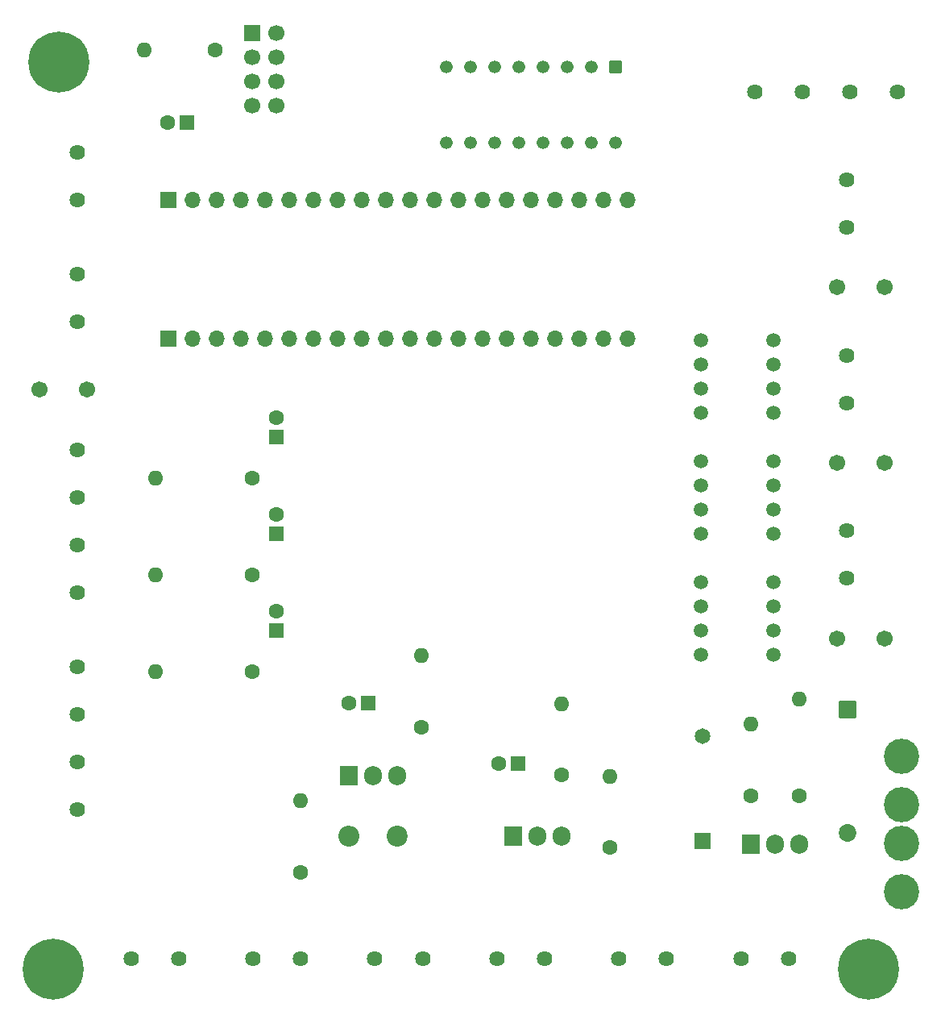
<source format=gbr>
%TF.GenerationSoftware,KiCad,Pcbnew,7.0.9*%
%TF.CreationDate,2024-01-09T16:01:18+02:00*%
%TF.ProjectId,kikad_project,6b696b61-645f-4707-926f-6a6563742e6b,rev?*%
%TF.SameCoordinates,Original*%
%TF.FileFunction,Soldermask,Bot*%
%TF.FilePolarity,Negative*%
%FSLAX46Y46*%
G04 Gerber Fmt 4.6, Leading zero omitted, Abs format (unit mm)*
G04 Created by KiCad (PCBNEW 7.0.9) date 2024-01-09 16:01:18*
%MOMM*%
%LPD*%
G01*
G04 APERTURE LIST*
G04 Aperture macros list*
%AMRoundRect*
0 Rectangle with rounded corners*
0 $1 Rounding radius*
0 $2 $3 $4 $5 $6 $7 $8 $9 X,Y pos of 4 corners*
0 Add a 4 corners polygon primitive as box body*
4,1,4,$2,$3,$4,$5,$6,$7,$8,$9,$2,$3,0*
0 Add four circle primitives for the rounded corners*
1,1,$1+$1,$2,$3*
1,1,$1+$1,$4,$5*
1,1,$1+$1,$6,$7*
1,1,$1+$1,$8,$9*
0 Add four rect primitives between the rounded corners*
20,1,$1+$1,$2,$3,$4,$5,0*
20,1,$1+$1,$4,$5,$6,$7,0*
20,1,$1+$1,$6,$7,$8,$9,0*
20,1,$1+$1,$8,$9,$2,$3,0*%
G04 Aperture macros list end*
%ADD10C,1.625600*%
%ADD11C,1.504000*%
%ADD12R,1.651000X1.651000*%
%ADD13C,1.651000*%
%ADD14R,1.905000X2.000000*%
%ADD15O,1.905000X2.000000*%
%ADD16C,1.600000*%
%ADD17O,1.600000X1.600000*%
%ADD18C,1.701800*%
%ADD19C,1.854000*%
%ADD20RoundRect,0.102000X-0.825000X0.825000X-0.825000X-0.825000X0.825000X-0.825000X0.825000X0.825000X0*%
%ADD21O,1.700000X1.700000*%
%ADD22R,1.700000X1.700000*%
%ADD23R,1.600000X1.600000*%
%ADD24C,6.400000*%
%ADD25C,2.200000*%
%ADD26O,2.200000X2.200000*%
%ADD27C,3.704000*%
%ADD28RoundRect,0.102000X-0.565000X0.565000X-0.565000X-0.565000X0.565000X-0.565000X0.565000X0.565000X0*%
%ADD29C,1.334000*%
%ADD30C,1.700000*%
G04 APERTURE END LIST*
D10*
%TO.C,J9*%
X28034900Y-100480001D03*
X33034900Y-100480001D03*
%TD*%
%TO.C,J7*%
X90420001Y-42135101D03*
X90420001Y-37135101D03*
%TD*%
D11*
%TO.C,IC3*%
X75090000Y-61000000D03*
X75090000Y-63540000D03*
X75090000Y-66080000D03*
X75090000Y-68620000D03*
X82710000Y-68620000D03*
X82710000Y-66080000D03*
X82710000Y-63540000D03*
X82710000Y-61000000D03*
%TD*%
D12*
%TO.C,D1*%
X75260000Y-88160600D03*
D13*
X75260000Y-77162400D03*
%TD*%
D10*
%TO.C,J16*%
X90420001Y-60575101D03*
X90420001Y-55575101D03*
%TD*%
%TO.C,J11*%
X9600000Y-47060000D03*
X9600000Y-52060000D03*
X9600000Y-57060000D03*
X9600000Y-62060001D03*
%TD*%
D14*
%TO.C,U4*%
X55340000Y-87630000D03*
D15*
X57880000Y-87630000D03*
X60420000Y-87630000D03*
%TD*%
D16*
%TO.C,C6*%
X60420000Y-81220000D03*
D17*
X60420000Y-73720000D03*
%TD*%
D18*
%TO.C,J17*%
X89420000Y-66890000D03*
X94420000Y-66890000D03*
%TD*%
D19*
%TO.C,D3*%
X90500000Y-87320000D03*
D20*
X90500000Y-74320000D03*
%TD*%
D16*
%TO.C,C9*%
X24070000Y-5080000D03*
D17*
X16570000Y-5080000D03*
%TD*%
D21*
%TO.C,U2*%
X67430000Y-20810000D03*
X64890000Y-20810000D03*
X62350000Y-20810000D03*
X67430000Y-35385000D03*
X24250000Y-20810000D03*
X59810000Y-20810000D03*
X62350000Y-35385000D03*
X26790000Y-20810000D03*
X57270000Y-20810000D03*
X54730000Y-20810000D03*
X52190000Y-20810000D03*
X49650000Y-20810000D03*
X47110000Y-20810000D03*
X44570000Y-20810000D03*
X42030000Y-20810000D03*
X39490000Y-20810000D03*
X36950000Y-20810000D03*
X34410000Y-20810000D03*
X31870000Y-20810000D03*
X29330000Y-20810000D03*
D22*
X19170000Y-35385000D03*
D21*
X21710000Y-35385000D03*
X24250000Y-35385000D03*
X26790000Y-35385000D03*
X29330000Y-35385000D03*
X31870000Y-35385000D03*
X34410000Y-35385000D03*
X36950000Y-35385000D03*
X39490000Y-35385000D03*
X42030000Y-35385000D03*
X44570000Y-35385000D03*
X47110000Y-35385000D03*
X49650000Y-35385000D03*
X52190000Y-35385000D03*
X54730000Y-35385000D03*
X57270000Y-35385000D03*
X59810000Y-35385000D03*
X64890000Y-35385000D03*
D22*
X19170000Y-20810000D03*
D21*
X21710000Y-20810000D03*
%TD*%
D23*
%TO.C,C12*%
X30480000Y-55880000D03*
D16*
X30480000Y-53880000D03*
%TD*%
D11*
%TO.C,IC1*%
X75090000Y-35600000D03*
X75090000Y-38140000D03*
X75090000Y-40680000D03*
X75090000Y-43220000D03*
X82710000Y-43220000D03*
X82710000Y-40680000D03*
X82710000Y-38140000D03*
X82710000Y-35600000D03*
%TD*%
D16*
%TO.C,C4*%
X65500000Y-88840000D03*
D17*
X65500000Y-81340000D03*
%TD*%
D10*
%TO.C,J10*%
X9600000Y-69870000D03*
X9600000Y-74870000D03*
X9600000Y-79870000D03*
X9600000Y-84870001D03*
%TD*%
%TO.C,J6*%
X15214900Y-100480001D03*
X20214900Y-100480001D03*
%TD*%
%TO.C,J2*%
X95790000Y-9510000D03*
X90790000Y-9510000D03*
X85790000Y-9510000D03*
X80789999Y-9510000D03*
%TD*%
%TO.C,J14*%
X9600000Y-28640000D03*
X9600000Y-33640000D03*
%TD*%
D24*
%TO.C,H2*%
X7620000Y-6350000D03*
%TD*%
D16*
%TO.C,C2*%
X45720000Y-76200000D03*
D17*
X45720000Y-68700000D03*
%TD*%
D25*
%TO.C,L1*%
X43180000Y-87630000D03*
D26*
X38100000Y-87630000D03*
%TD*%
D14*
%TO.C,U3*%
X38100000Y-81280000D03*
D15*
X40640000Y-81280000D03*
X43180000Y-81280000D03*
%TD*%
D16*
%TO.C,R3*%
X27940000Y-50070000D03*
D17*
X17780000Y-50070000D03*
%TD*%
D10*
%TO.C,J1*%
X79324900Y-100480001D03*
X84324900Y-100480001D03*
%TD*%
D16*
%TO.C,C3*%
X33020000Y-91440000D03*
D17*
X33020000Y-83940000D03*
%TD*%
D18*
%TO.C,J8*%
X89420000Y-48450000D03*
X94420000Y-48450000D03*
%TD*%
D10*
%TO.C,J3*%
X53684900Y-100480001D03*
X58684900Y-100480001D03*
%TD*%
D23*
%TO.C,C1*%
X40100000Y-73660000D03*
D16*
X38100000Y-73660000D03*
%TD*%
D24*
%TO.C,H1*%
X7000000Y-101600000D03*
%TD*%
D10*
%TO.C,J15*%
X66494900Y-100480001D03*
X71494900Y-100480001D03*
%TD*%
D23*
%TO.C,C11*%
X30480000Y-45720000D03*
D16*
X30480000Y-43720000D03*
%TD*%
%TO.C,R1*%
X85420000Y-83360000D03*
D17*
X85420000Y-73200000D03*
%TD*%
D14*
%TO.C,Q2*%
X80340000Y-88440000D03*
D15*
X82880000Y-88440000D03*
X85420000Y-88440000D03*
%TD*%
D10*
%TO.C,J4*%
X90420001Y-23705101D03*
X90420001Y-18705101D03*
%TD*%
D23*
%TO.C,C5*%
X55880000Y-80010000D03*
D16*
X53880000Y-80010000D03*
%TD*%
D23*
%TO.C,C8*%
X21050000Y-12700000D03*
D16*
X19050000Y-12700000D03*
%TD*%
D24*
%TO.C,H3*%
X92710000Y-101600000D03*
%TD*%
D16*
%TO.C,C7*%
X80340000Y-83360000D03*
D17*
X80340000Y-75860000D03*
%TD*%
D18*
%TO.C,J12*%
X10600001Y-40749999D03*
X5600001Y-40749999D03*
%TD*%
D27*
%TO.C,X1*%
X96150000Y-93470000D03*
X96150000Y-88390000D03*
X96150000Y-84330000D03*
X96150000Y-79250000D03*
%TD*%
D28*
%TO.C,U12*%
X66100000Y-6860000D03*
D29*
X63560000Y-6860000D03*
X61020000Y-6860000D03*
X58480000Y-6860000D03*
X55940000Y-6860000D03*
X53400000Y-6860000D03*
X50860000Y-6860000D03*
X48320000Y-6860000D03*
X48320000Y-14800000D03*
X50860000Y-14800000D03*
X53400000Y-14800000D03*
X55940000Y-14800000D03*
X58480000Y-14800000D03*
X61020000Y-14800000D03*
X63560000Y-14800000D03*
X66100000Y-14800000D03*
%TD*%
D18*
%TO.C,J5*%
X89420000Y-30010000D03*
X94420000Y-30010000D03*
%TD*%
D10*
%TO.C,J13*%
X9600000Y-15820000D03*
X9600000Y-20820000D03*
%TD*%
D11*
%TO.C,IC2*%
X75090000Y-48300000D03*
X75090000Y-50840000D03*
X75090000Y-53380000D03*
X75090000Y-55920000D03*
X82710000Y-55920000D03*
X82710000Y-53380000D03*
X82710000Y-50840000D03*
X82710000Y-48300000D03*
%TD*%
D10*
%TO.C,J18*%
X40854900Y-100480001D03*
X45854900Y-100480001D03*
%TD*%
D16*
%TO.C,R2*%
X27940000Y-70390000D03*
D17*
X17780000Y-70390000D03*
%TD*%
D23*
%TO.C,C10*%
X30480000Y-66040000D03*
D16*
X30480000Y-64040000D03*
%TD*%
D22*
%TO.C,U1*%
X27940000Y-3265000D03*
D30*
X30480000Y-3265000D03*
X27940000Y-5805000D03*
X30480000Y-5805000D03*
X27940000Y-8345000D03*
X30480000Y-8345000D03*
X27940000Y-10885000D03*
X30480000Y-10885000D03*
%TD*%
D16*
%TO.C,R4*%
X27940000Y-60230000D03*
D17*
X17780000Y-60230000D03*
%TD*%
M02*

</source>
